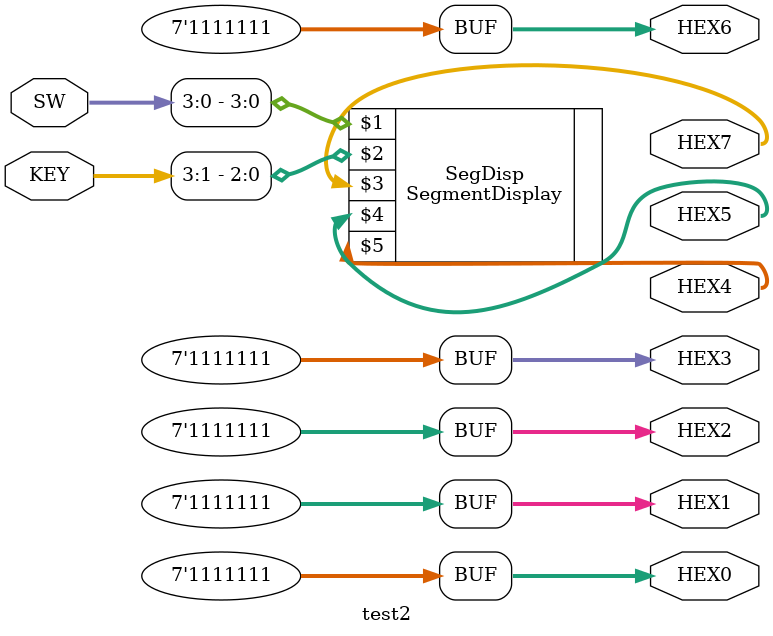
<source format=v>


module test2(

	//////////// KEY //////////
	KEY,

	//////////// SW //////////
	SW,

	//////////// SEG7 //////////
	HEX0,
	HEX1,
	HEX2,
	HEX3,
	HEX4,
	HEX5,
	HEX6,
	HEX7 
);

//=======================================================
//  PARAMETER declarations
//=======================================================


//=======================================================
//  PORT declarations
//=======================================================

//////////// KEY //////////
input 		     [3:0]		KEY;

//////////// SW //////////
input 		    [17:0]		SW;

//////////// SEG7 //////////
output		     [6:0]		HEX0;
output		     [6:0]		HEX1;
output		     [6:0]		HEX2;
output		     [6:0]		HEX3;
output		     [6:0]		HEX4;
output		     [6:0]		HEX5;
output		     [6:0]		HEX6;
output		     [6:0]		HEX7;


//=======================================================
//  REG/WIRE declarations
//=======================================================
assign HEX0 = 7'b1111111;
assign HEX1 = 7'b1111111;
assign HEX2 = 7'b1111111;
assign HEX3 = 7'b1111111;
assign HEX6 = 7'b1111111;

//=======================================================
//  Structural coding
//=======================================================

	SegmentDisplay SegDisp({SW[3], SW[2], SW[1], SW[0]},{KEY[3], KEY[2], KEY[1]},HEX7, HEX5, HEX4);

endmodule

</source>
